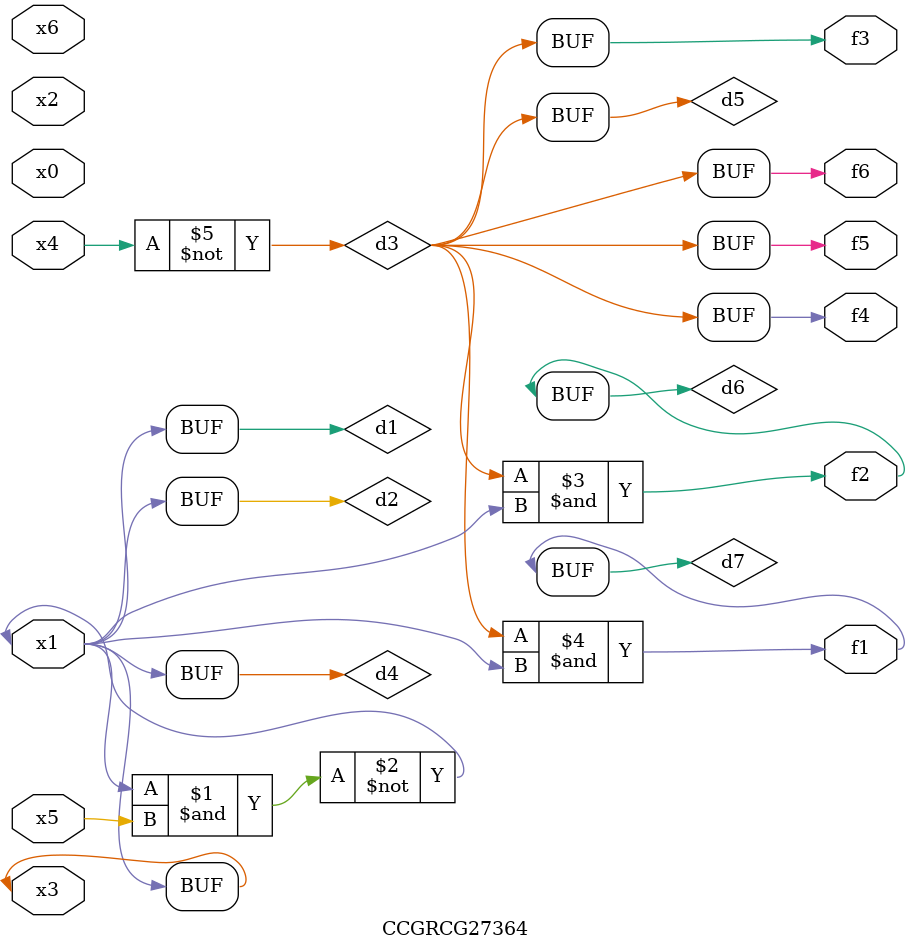
<source format=v>
module CCGRCG27364(
	input x0, x1, x2, x3, x4, x5, x6,
	output f1, f2, f3, f4, f5, f6
);

	wire d1, d2, d3, d4, d5, d6, d7;

	buf (d1, x1, x3);
	nand (d2, x1, x5);
	not (d3, x4);
	buf (d4, d1, d2);
	buf (d5, d3);
	and (d6, d3, d4);
	and (d7, d3, d4);
	assign f1 = d7;
	assign f2 = d6;
	assign f3 = d5;
	assign f4 = d5;
	assign f5 = d5;
	assign f6 = d5;
endmodule

</source>
